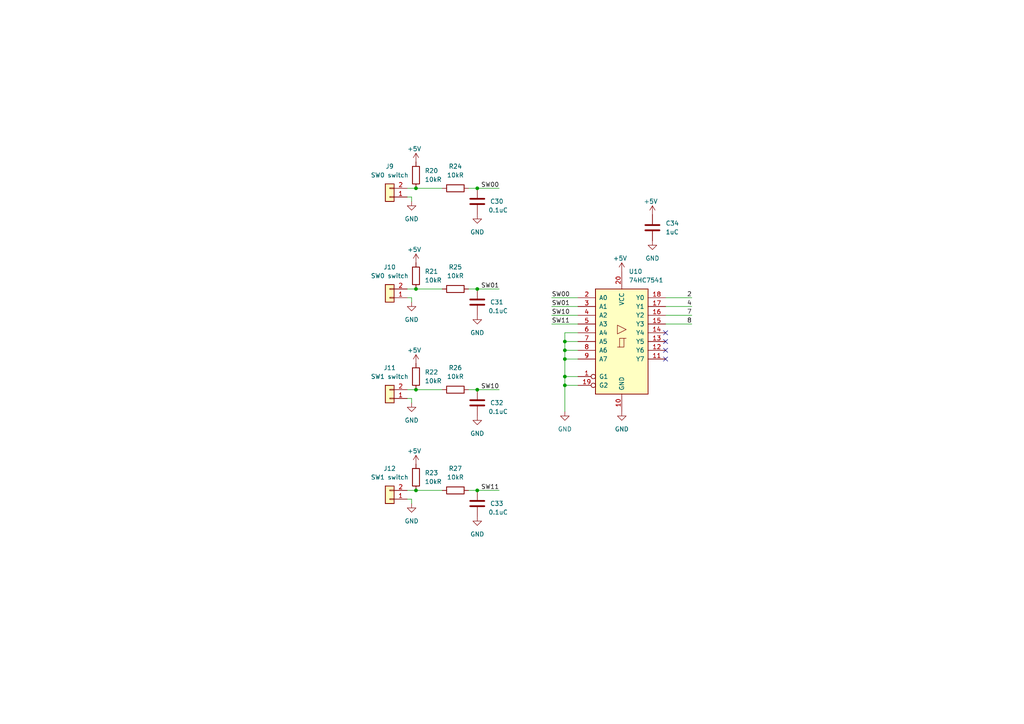
<source format=kicad_sch>
(kicad_sch (version 20211123) (generator eeschema)
  (paper "A4")
  (lib_symbols
    (symbol "74xx:74HCT541" (pin_names (offset 1.016))
      (property "Reference" "U" (at -7.62 16.51 0))
      (property "Value" "74HCT541" (at -7.62 -16.51 0))
      (symbol "74HCT541_1_0"
        (polyline (pts (xy -0.635 -1.6002) (xy -0.635 0.9398) (xy 0.635 0.9398)))
        (polyline (pts (xy -1.27 -1.6002) (xy 0.635 -1.6002) (xy 0.635 0.9398) (xy 1.27 0.9398)))
        (polyline (pts (xy 1.27 3.4798) (xy -1.27 4.7498) (xy -1.27 2.2098) (xy 1.27 3.4798)) (stroke (width 0.1524)))
        (pin input inverted (at -12.7 -10.16 0) (length 5.08) (name "G1") (number "1"))
        (pin power_in line (at 0 -20.32 90) (length 5.08) (name "GND") (number "10"))
        (pin tri_state line (at 12.7 -5.08 180) (length 5.08) (name "Y7") (number "11"))
        (pin tri_state line (at 12.7 -2.54 180) (length 5.08) (name "Y6") (number "12"))
        (pin tri_state line (at 12.7 0 180) (length 5.08) (name "Y5") (number "13"))
        (pin tri_state line (at 12.7 2.54 180) (length 5.08) (name "Y4") (number "14"))
        (pin tri_state line (at 12.7 5.08 180) (length 5.08) (name "Y3") (number "15"))
        (pin tri_state line (at 12.7 7.62 180) (length 5.08) (name "Y2") (number "16"))
        (pin tri_state line (at 12.7 10.16 180) (length 5.08) (name "Y1") (number "17"))
        (pin tri_state line (at 12.7 12.7 180) (length 5.08) (name "Y0") (number "18"))
        (pin input inverted (at -12.7 -12.7 0) (length 5.08) (name "G2") (number "19"))
        (pin input line (at -12.7 12.7 0) (length 5.08) (name "A0") (number "2"))
        (pin power_in line (at 0 20.32 270) (length 5.08) (name "VCC") (number "20"))
        (pin input line (at -12.7 10.16 0) (length 5.08) (name "A1") (number "3"))
        (pin input line (at -12.7 7.62 0) (length 5.08) (name "A2") (number "4"))
        (pin input line (at -12.7 5.08 0) (length 5.08) (name "A3") (number "5"))
        (pin input line (at -12.7 2.54 0) (length 5.08) (name "A4") (number "6"))
        (pin input line (at -12.7 0 0) (length 5.08) (name "A5") (number "7"))
        (pin input line (at -12.7 -2.54 0) (length 5.08) (name "A6") (number "8"))
        (pin input line (at -12.7 -5.08 0) (length 5.08) (name "A7") (number "9"))
      )
      (symbol "74HCT541_1_1"
        (rectangle (start -7.62 15.24) (end 7.62 -15.24) (stroke (width 0.254)) (fill (type background)))
      )
    )
    (symbol "Connector_Generic:Conn_01x02" (pin_names (offset 1.016) hide)
      (property "Reference" "J" (at 0 2.54 0))
      (property "Value" "Conn_01x02" (at 0 -5.08 0))
      (symbol "Conn_01x02_1_1"
        (rectangle (start -1.27 -2.413) (end 0 -2.667) (stroke (width 0.1524)))
        (rectangle (start -1.27 0.127) (end 0 -0.127) (stroke (width 0.1524)))
        (rectangle (start -1.27 1.27) (end 1.27 -3.81) (stroke (width 0.254)) (fill (type background)))
        (pin passive line (at -5.08 0 0) (length 3.81) (name "Pin_1") (number "1"))
        (pin passive line (at -5.08 -2.54 0) (length 3.81) (name "Pin_2") (number "2"))
      )
    )
    (symbol "Device:C" (pin_numbers hide) (pin_names (offset 0.254))
      (property "Reference" "C" (at 0.635 2.54 0))
      (property "Value" "C" (at 0.635 -2.54 0))
      (symbol "C_0_1"
        (polyline (pts (xy -2.032 -0.762) (xy 2.032 -0.762)) (stroke (width 0.508)))
        (polyline (pts (xy -2.032 0.762) (xy 2.032 0.762)) (stroke (width 0.508)))
      )
      (symbol "C_1_1"
        (pin passive line (at 0 3.81 270) (length 2.794) (name "~") (number "1"))
        (pin passive line (at 0 -3.81 90) (length 2.794) (name "~") (number "2"))
      )
    )
    (symbol "Device:R" (pin_numbers hide) (pin_names (offset 0))
      (property "Reference" "R" (at 2.032 0 90))
      (property "Value" "R" (at 0 0 90))
      (symbol "R_0_1"
        (rectangle (start -1.016 -2.54) (end 1.016 2.54) (stroke (width 0.254)))
      )
      (symbol "R_1_1"
        (pin passive line (at 0 3.81 270) (length 1.27) (name "~") (number "1"))
        (pin passive line (at 0 -3.81 90) (length 1.27) (name "~") (number "2"))
      )
    )
    (symbol "power:+5V" (power) (pin_names (offset 0))
      (property "Value" "+5V" (at 0 3.556 0))
      (symbol "+5V_0_1"
        (polyline (pts (xy -0.762 1.27) (xy 0 2.54)))
        (polyline (pts (xy 0 0) (xy 0 2.54)))
        (polyline (pts (xy 0 2.54) (xy 0.762 1.27)))
      )
      (symbol "+5V_1_1"
        (pin power_in line (at 0 0 90) (length 0) hide (name "+5V") (number "1"))
      )
    )
    (symbol "power:GND" (power) (pin_names (offset 0))
      (property "Value" "GND" (at 0 -3.81 0))
      (symbol "GND_0_1"
        (polyline (pts (xy 0 0) (xy 0 -1.27) (xy 1.27 -1.27) (xy 0 -2.54) (xy -1.27 -1.27) (xy 0 -1.27)))
      )
      (symbol "GND_1_1"
        (pin power_in line (at 0 0 270) (length 0) hide (name "GND") (number "1"))
      )
    )
  )
  (junction (at 163.83 111.76))
  (junction (at 138.43 83.82))
  (junction (at 163.83 109.22))
  (junction (at 138.43 113.03))
  (junction (at 138.43 54.61))
  (junction (at 138.43 142.24))
  (junction (at 120.65 113.03))
  (junction (at 163.83 99.06))
  (junction (at 120.65 142.24))
  (junction (at 163.83 101.6))
  (junction (at 120.65 54.61))
  (junction (at 120.65 83.82))
  (junction (at 163.83 104.14))
  (no_connect (at 193.04 99.06))
  (no_connect (at 193.04 104.14))
  (no_connect (at 193.04 96.52))
  (no_connect (at 193.04 101.6))
  (wire (pts (xy 118.11 83.82) (xy 120.65 83.82)))
  (wire (pts (xy 118.11 115.57) (xy 119.38 115.57)))
  (wire (pts (xy 163.83 119.38) (xy 163.83 111.76)))
  (wire (pts (xy 120.65 142.24) (xy 128.27 142.24)))
  (wire (pts (xy 163.83 111.76) (xy 163.83 109.22)))
  (wire (pts (xy 138.43 54.61) (xy 144.78 54.61)))
  (wire (pts (xy 193.04 86.36) (xy 200.66 86.36)))
  (wire (pts (xy 160.02 86.36) (xy 167.64 86.36)))
  (wire (pts (xy 193.04 91.44) (xy 200.66 91.44)))
  (wire (pts (xy 118.11 142.24) (xy 120.65 142.24)))
  (wire (pts (xy 163.83 109.22) (xy 163.83 104.14)))
  (wire (pts (xy 138.43 113.03) (xy 144.78 113.03)))
  (wire (pts (xy 163.83 101.6) (xy 167.64 101.6)))
  (wire (pts (xy 160.02 91.44) (xy 167.64 91.44)))
  (wire (pts (xy 135.89 83.82) (xy 138.43 83.82)))
  (wire (pts (xy 135.89 54.61) (xy 138.43 54.61)))
  (wire (pts (xy 119.38 144.78) (xy 119.38 146.05)))
  (wire (pts (xy 119.38 57.15) (xy 119.38 58.42)))
  (wire (pts (xy 120.65 113.03) (xy 128.27 113.03)))
  (wire (pts (xy 119.38 86.36) (xy 119.38 87.63)))
  (wire (pts (xy 163.83 99.06) (xy 167.64 99.06)))
  (wire (pts (xy 160.02 88.9) (xy 167.64 88.9)))
  (wire (pts (xy 135.89 113.03) (xy 138.43 113.03)))
  (wire (pts (xy 163.83 96.52) (xy 163.83 99.06)))
  (wire (pts (xy 167.64 96.52) (xy 163.83 96.52)))
  (wire (pts (xy 118.11 144.78) (xy 119.38 144.78)))
  (wire (pts (xy 135.89 142.24) (xy 138.43 142.24)))
  (wire (pts (xy 160.02 93.98) (xy 167.64 93.98)))
  (wire (pts (xy 118.11 54.61) (xy 120.65 54.61)))
  (wire (pts (xy 163.83 109.22) (xy 167.64 109.22)))
  (wire (pts (xy 119.38 115.57) (xy 119.38 116.84)))
  (wire (pts (xy 138.43 142.24) (xy 144.78 142.24)))
  (wire (pts (xy 120.65 54.61) (xy 128.27 54.61)))
  (wire (pts (xy 163.83 104.14) (xy 163.83 101.6)))
  (wire (pts (xy 138.43 83.82) (xy 144.78 83.82)))
  (wire (pts (xy 118.11 86.36) (xy 119.38 86.36)))
  (wire (pts (xy 193.04 88.9) (xy 200.66 88.9)))
  (wire (pts (xy 193.04 93.98) (xy 200.66 93.98)))
  (wire (pts (xy 120.65 83.82) (xy 128.27 83.82)))
  (wire (pts (xy 163.83 104.14) (xy 167.64 104.14)))
  (wire (pts (xy 118.11 113.03) (xy 120.65 113.03)))
  (wire (pts (xy 163.83 111.76) (xy 167.64 111.76)))
  (wire (pts (xy 118.11 57.15) (xy 119.38 57.15)))
  (wire (pts (xy 163.83 99.06) (xy 163.83 101.6)))
  (label "SW01" (at 160.02 88.9 0))
  (label "4" (at 200.66 88.9 180))
  (label "SW11" (at 160.02 93.98 0))
  (label "SW01" (at 144.78 83.82 180))
  (label "2" (at 200.66 86.36 180))
  (label "SW10" (at 160.02 91.44 0))
  (label "SW11" (at 144.78 142.24 180))
  (label "SW00" (at 160.02 86.36 0))
  (label "7" (at 200.66 91.44 180))
  (label "8" (at 200.66 93.98 180))
  (label "SW10" (at 144.78 113.03 180))
  (label "SW00" (at 144.78 54.61 180))
  (symbol (lib_id "Device:R") (at 120.65 109.22 0) (unit 1)
    (property "Reference" "R22" (at 123.19 107.9499 0) (effects (justify left)))
    (property "Value" "10kR" (at 123.19 110.4899 0) (effects (justify left)))
    (property "Footprint" "Resistor_SMD:R_0805_2012Metric_Pad1.20x1.40mm_HandSolder" (effects hide))
    (property "Datasheet" "https://datasheet.lcsc.com/lcsc/1810201611_YAGEO-RC0805FR-0710KL_C84376.pdf" (effects hide))
    (property "Manufacturer Part Number" "RC0805FR-0710KL" (effects hide))
  )
  (symbol (lib_id "power:+5V") (at 120.65 76.2 0) (unit 1)
    (property "Reference" "#PWR048" (effects hide))
    (property "Value" "+5V" (at 118.11 72.39 0) (effects (justify left)))
  )
  (symbol (lib_id "power:GND") (at 138.43 91.44 0) (unit 1)
    (property "Reference" "#PWR052" (effects hide))
    (property "Value" "GND" (at 138.43 96.52 0))
  )
  (symbol (lib_id "Device:R") (at 132.08 142.24 90) (unit 1)
    (property "Reference" "R27" (at 132.08 135.89 90))
    (property "Value" "10kR" (at 132.08 138.43 90))
    (property "Footprint" "Resistor_SMD:R_0805_2012Metric_Pad1.20x1.40mm_HandSolder" (effects hide))
    (property "Datasheet" "https://datasheet.lcsc.com/lcsc/1810201611_YAGEO-RC0805FR-0710KL_C84376.pdf" (effects hide))
    (property "Manufacturer Part Number" "RC0805FR-0710KL" (effects hide))
  )
  (symbol (lib_id "power:+5V") (at 120.65 134.62 0) (unit 1)
    (property "Reference" "#PWR050" (effects hide))
    (property "Value" "+5V" (at 118.11 130.81 0) (effects (justify left)))
  )
  (symbol (lib_id "Device:C") (at 138.43 58.42 0) (mirror y) (unit 1)
    (property "Reference" "C30" (at 146.05 58.42 0) (effects (justify left)))
    (property "Value" "0.1uC" (at 147.32 60.96 0) (effects (justify left)))
    (property "Footprint" "Capacitor_SMD:C_0805_2012Metric_Pad1.18x1.45mm_HandSolder" (effects hide))
    (property "Datasheet" "https://datasheet.lcsc.com/lcsc/2006111832_YAGEO-CC0805KRX7R8BB104_C519981.pdf" (effects hide))
    (property "Manufacturer Part Number" "CC0805KRX7R8BB104" (effects hide))
  )
  (symbol (lib_id "power:GND") (at 180.34 119.38 0) (unit 1)
    (property "Reference" "#PWR057" (effects hide))
    (property "Value" "GND" (at 180.34 124.46 0))
  )
  (symbol (lib_id "power:GND") (at 138.43 120.65 0) (unit 1)
    (property "Reference" "#PWR053" (effects hide))
    (property "Value" "GND" (at 138.43 125.73 0))
  )
  (symbol (lib_id "power:+5V") (at 120.65 105.41 0) (unit 1)
    (property "Reference" "#PWR049" (effects hide))
    (property "Value" "+5V" (at 118.11 101.6 0) (effects (justify left)))
  )
  (symbol (lib_id "Connector_Generic:Conn_01x02") (at 113.03 57.15 180) (unit 1)
    (property "Reference" "J9" (at 113.03 48.26 0))
    (property "Value" "SW0 switch" (at 113.03 50.8 0))
    (property "Footprint" "Connector_JST:JST_PH_B2B-PH-K_1x02_P2.00mm_Vertical" (effects hide))
    (property "Manufacturer Part Number" "N/A" (effects hide))
  )
  (symbol (lib_id "Device:C") (at 138.43 116.84 0) (mirror y) (unit 1)
    (property "Reference" "C32" (at 146.05 116.84 0) (effects (justify left)))
    (property "Value" "0.1uC" (at 147.32 119.38 0) (effects (justify left)))
    (property "Footprint" "Capacitor_SMD:C_0805_2012Metric_Pad1.18x1.45mm_HandSolder" (effects hide))
    (property "Datasheet" "https://datasheet.lcsc.com/lcsc/2006111832_YAGEO-CC0805KRX7R8BB104_C519981.pdf" (effects hide))
    (property "Manufacturer Part Number" "CC0805KRX7R8BB104" (effects hide))
  )
  (symbol (lib_id "power:+5V") (at 120.65 46.99 0) (unit 1)
    (property "Reference" "#PWR047" (effects hide))
    (property "Value" "+5V" (at 118.11 43.18 0) (effects (justify left)))
  )
  (symbol (lib_id "power:GND") (at 119.38 87.63 0) (unit 1)
    (property "Reference" "#PWR044" (effects hide))
    (property "Value" "GND" (at 119.38 92.71 0))
  )
  (symbol (lib_id "Device:R") (at 132.08 83.82 90) (unit 1)
    (property "Reference" "R25" (at 132.08 77.47 90))
    (property "Value" "10kR" (at 132.08 80.01 90))
    (property "Footprint" "Resistor_SMD:R_0805_2012Metric_Pad1.20x1.40mm_HandSolder" (effects hide))
    (property "Datasheet" "https://datasheet.lcsc.com/lcsc/1810201611_YAGEO-RC0805FR-0710KL_C84376.pdf" (effects hide))
    (property "Manufacturer Part Number" "RC0805FR-0710KL" (effects hide))
  )
  (symbol (lib_id "Device:C") (at 189.23 66.04 0) (unit 1)
    (property "Reference" "C34" (at 193.04 64.7699 0) (effects (justify left)))
    (property "Value" "1uC" (at 193.04 67.3099 0) (effects (justify left)))
    (property "Footprint" "Capacitor_SMD:C_0805_2012Metric_Pad1.18x1.45mm_HandSolder" (effects hide))
    (property "Datasheet" "https://datasheet.lcsc.com/lcsc/1810201241_Murata-Electronics-GCM21BR71E105KA56L_C85865.pdf" (effects hide))
    (property "Manufacturer Part Number" "GCM21BR71E105KA56L" (effects hide))
  )
  (symbol (lib_id "Device:R") (at 120.65 50.8 0) (unit 1)
    (property "Reference" "R20" (at 123.19 49.5299 0) (effects (justify left)))
    (property "Value" "10kR" (at 123.19 52.0699 0) (effects (justify left)))
    (property "Footprint" "Resistor_SMD:R_0805_2012Metric_Pad1.20x1.40mm_HandSolder" (effects hide))
    (property "Datasheet" "https://datasheet.lcsc.com/lcsc/1810201611_YAGEO-RC0805FR-0710KL_C84376.pdf" (effects hide))
    (property "Manufacturer Part Number" "RC0805FR-0710KL" (effects hide))
  )
  (symbol (lib_id "Connector_Generic:Conn_01x02") (at 113.03 144.78 180) (unit 1)
    (property "Reference" "J12" (at 113.03 135.89 0))
    (property "Value" "SW1 switch" (at 113.03 138.43 0))
    (property "Footprint" "Connector_JST:JST_PH_B2B-PH-K_1x02_P2.00mm_Vertical" (effects hide))
    (property "Manufacturer Part Number" "N/A" (effects hide))
  )
  (symbol (lib_id "Connector_Generic:Conn_01x02") (at 113.03 86.36 180) (unit 1)
    (property "Reference" "J10" (at 113.03 77.47 0))
    (property "Value" "SW0 switch" (at 113.03 80.01 0))
    (property "Footprint" "Connector_JST:JST_PH_B2B-PH-K_1x02_P2.00mm_Vertical" (effects hide))
    (property "Manufacturer Part Number" "N/A" (effects hide))
  )
  (symbol (lib_id "power:GND") (at 138.43 149.86 0) (unit 1)
    (property "Reference" "#PWR054" (effects hide))
    (property "Value" "GND" (at 138.43 154.94 0))
  )
  (symbol (lib_id "Device:R") (at 132.08 54.61 90) (unit 1)
    (property "Reference" "R24" (at 132.08 48.26 90))
    (property "Value" "10kR" (at 132.08 50.8 90))
    (property "Footprint" "Resistor_SMD:R_0805_2012Metric_Pad1.20x1.40mm_HandSolder" (effects hide))
    (property "Datasheet" "https://datasheet.lcsc.com/lcsc/1810201611_YAGEO-RC0805FR-0710KL_C84376.pdf" (effects hide))
    (property "Manufacturer Part Number" "RC0805FR-0710KL" (effects hide))
  )
  (symbol (lib_id "Device:C") (at 138.43 87.63 0) (mirror y) (unit 1)
    (property "Reference" "C31" (at 146.05 87.63 0) (effects (justify left)))
    (property "Value" "0.1uC" (at 147.32 90.17 0) (effects (justify left)))
    (property "Footprint" "Capacitor_SMD:C_0805_2012Metric_Pad1.18x1.45mm_HandSolder" (effects hide))
    (property "Datasheet" "https://datasheet.lcsc.com/lcsc/2006111832_YAGEO-CC0805KRX7R8BB104_C519981.pdf" (effects hide))
    (property "Manufacturer Part Number" "CC0805KRX7R8BB104" (effects hide))
  )
  (symbol (lib_id "power:GND") (at 163.83 119.38 0) (unit 1)
    (property "Reference" "#PWR055" (effects hide))
    (property "Value" "GND" (at 163.83 124.46 0))
  )
  (symbol (lib_id "power:GND") (at 189.23 69.85 0) (unit 1)
    (property "Reference" "#PWR059" (effects hide))
    (property "Value" "GND" (at 189.23 74.93 0))
  )
  (symbol (lib_id "power:GND") (at 119.38 146.05 0) (unit 1)
    (property "Reference" "#PWR046" (effects hide))
    (property "Value" "GND" (at 119.38 151.13 0))
  )
  (symbol (lib_id "power:+5V") (at 189.23 62.23 0) (unit 1)
    (property "Reference" "#PWR058" (effects hide))
    (property "Value" "+5V" (at 186.69 58.42 0) (effects (justify left)))
  )
  (symbol (lib_id "power:+5V") (at 180.34 78.74 0) (unit 1)
    (property "Reference" "#PWR056" (effects hide))
    (property "Value" "+5V" (at 177.8 74.93 0) (effects (justify left)))
  )
  (symbol (lib_id "Device:R") (at 120.65 80.01 0) (unit 1)
    (property "Reference" "R21" (at 123.19 78.7399 0) (effects (justify left)))
    (property "Value" "10kR" (at 123.19 81.2799 0) (effects (justify left)))
    (property "Footprint" "Resistor_SMD:R_0805_2012Metric_Pad1.20x1.40mm_HandSolder" (effects hide))
    (property "Datasheet" "https://datasheet.lcsc.com/lcsc/1810201611_YAGEO-RC0805FR-0710KL_C84376.pdf" (effects hide))
    (property "Manufacturer Part Number" "RC0805FR-0710KL" (effects hide))
  )
  (symbol (lib_id "74xx:74HCT541") (at 180.34 99.06 0) (unit 1)
    (property "Reference" "U10" (at 182.3594 78.74 0) (effects (justify left)))
    (property "Value" "74HC7541" (at 182.3594 81.28 0) (effects (justify left)))
    (property "Footprint" "Package_SO:TSSOP-20_4.4x6.5mm_P0.65mm" (effects hide))
    (property "Datasheet" "https://datasheet.lcsc.com/lcsc/2005261505_Nexperia-74HC7541PW-118_C458762.pdf" (effects hide))
    (property "Manufacturer Part Number" "74HC7541PW,118" (effects hide))
  )
  (symbol (lib_id "power:GND") (at 119.38 58.42 0) (unit 1)
    (property "Reference" "#PWR043" (effects hide))
    (property "Value" "GND" (at 119.38 63.5 0))
  )
  (symbol (lib_id "Device:R") (at 132.08 113.03 90) (unit 1)
    (property "Reference" "R26" (at 132.08 106.68 90))
    (property "Value" "10kR" (at 132.08 109.22 90))
    (property "Footprint" "Resistor_SMD:R_0805_2012Metric_Pad1.20x1.40mm_HandSolder" (effects hide))
    (property "Datasheet" "https://datasheet.lcsc.com/lcsc/1810201611_YAGEO-RC0805FR-0710KL_C84376.pdf" (effects hide))
    (property "Manufacturer Part Number" "RC0805FR-0710KL" (effects hide))
  )
  (symbol (lib_id "power:GND") (at 138.43 62.23 0) (unit 1)
    (property "Reference" "#PWR051" (effects hide))
    (property "Value" "GND" (at 138.43 67.31 0))
  )
  (symbol (lib_id "power:GND") (at 119.38 116.84 0) (unit 1)
    (property "Reference" "#PWR045" (effects hide))
    (property "Value" "GND" (at 119.38 121.92 0))
  )
  (symbol (lib_id "Connector_Generic:Conn_01x02") (at 113.03 115.57 180) (unit 1)
    (property "Reference" "J11" (at 113.03 106.68 0))
    (property "Value" "SW1 switch" (at 113.03 109.22 0))
    (property "Footprint" "Connector_JST:JST_PH_B2B-PH-K_1x02_P2.00mm_Vertical" (effects hide))
    (property "Manufacturer Part Number" "N/A" (effects hide))
  )
  (symbol (lib_id "Device:C") (at 138.43 146.05 0) (mirror y) (unit 1)
    (property "Reference" "C33" (at 146.05 146.05 0) (effects (justify left)))
    (property "Value" "0.1uC" (at 147.32 148.59 0) (effects (justify left)))
    (property "Footprint" "Capacitor_SMD:C_0805_2012Metric_Pad1.18x1.45mm_HandSolder" (effects hide))
    (property "Datasheet" "https://datasheet.lcsc.com/lcsc/2006111832_YAGEO-CC0805KRX7R8BB104_C519981.pdf" (effects hide))
    (property "Manufacturer Part Number" "CC0805KRX7R8BB104" (effects hide))
  )
  (symbol (lib_id "Device:R") (at 120.65 138.43 0) (unit 1)
    (property "Reference" "R23" (at 123.19 137.1599 0) (effects (justify left)))
    (property "Value" "10kR" (at 123.19 139.6999 0) (effects (justify left)))
    (property "Footprint" "Resistor_SMD:R_0805_2012Metric_Pad1.20x1.40mm_HandSolder" (effects hide))
    (property "Datasheet" "https://datasheet.lcsc.com/lcsc/1810201611_YAGEO-RC0805FR-0710KL_C84376.pdf" (effects hide))
    (property "Manufacturer Part Number" "RC0805FR-0710KL" (effects hide))
  )
)
</source>
